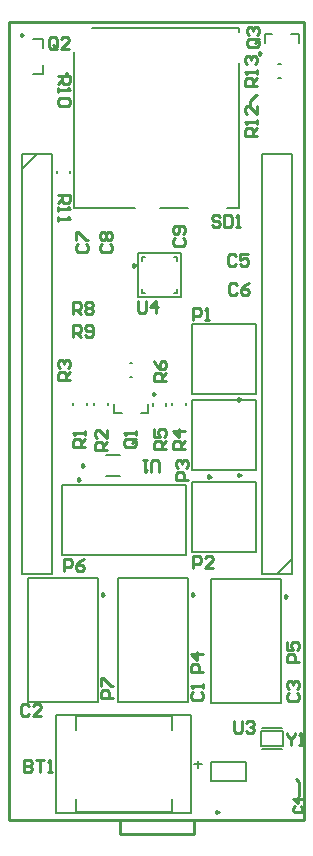
<source format=gto>
G04*
G04 #@! TF.GenerationSoftware,Altium Limited,Altium Designer,22.2.1 (43)*
G04*
G04 Layer_Color=65535*
%FSLAX25Y25*%
%MOIN*%
G70*
G04*
G04 #@! TF.SameCoordinates,3363FF5D-1BA6-4910-A2F9-43927B8BDF9C*
G04*
G04*
G04 #@! TF.FilePolarity,Positive*
G04*
G01*
G75*
%ADD10C,0.00984*%
%ADD11C,0.00787*%
%ADD12C,0.01000*%
%ADD13C,0.00799*%
D10*
X368374Y378909D02*
X367636Y379336D01*
Y378483D01*
X368374Y378909D01*
X418653Y133102D02*
X417915Y133528D01*
Y132676D01*
X418653Y133102D01*
X390980Y315299D02*
X390242Y315725D01*
Y314873D01*
X390980Y315299D01*
X432752Y386000D02*
X432014Y386426D01*
Y385574D01*
X432752Y386000D01*
X353465Y392087D02*
X352726Y392513D01*
Y391660D01*
X353465Y392087D01*
X380559Y205500D02*
X379821Y205926D01*
Y205074D01*
X380559Y205500D01*
X425992Y270614D02*
X425254Y271040D01*
Y270188D01*
X425992Y270614D01*
X372492Y243886D02*
X371754Y244312D01*
Y243460D01*
X372492Y243886D01*
X425992Y245433D02*
X425254Y245859D01*
Y245007D01*
X425992Y245433D01*
X373756Y248500D02*
X373018Y248926D01*
Y248074D01*
X373756Y248500D01*
X415992Y244886D02*
X415254Y245312D01*
Y244460D01*
X415992Y244886D01*
X441559Y205000D02*
X440821Y205426D01*
Y204574D01*
X441559Y205000D01*
X397472Y272437D02*
X396734Y272863D01*
Y272011D01*
X397472Y272437D01*
X410559Y205500D02*
X409821Y205926D01*
Y205074D01*
X410559Y205500D01*
D11*
X399181Y334579D02*
X408472D01*
X425559Y393240D02*
Y394421D01*
X421622Y334579D02*
X425559D01*
X376346Y394421D02*
X425559D01*
Y334579D02*
Y382610D01*
X370441Y334579D02*
X390913D01*
X370441D02*
Y386547D01*
X416094Y143359D02*
X427906D01*
Y149641D01*
X416094D02*
X427906D01*
X416094Y143359D02*
Y149641D01*
X403701Y306244D02*
X404882D01*
Y307425D01*
X403701Y318055D02*
X404882D01*
Y316874D02*
Y318055D01*
X393071Y306244D02*
X394252D01*
X393071D02*
Y307425D01*
Y318055D02*
X394252D01*
X393071Y316874D02*
Y318055D01*
X391669Y319457D02*
X406284D01*
Y304842D02*
Y319457D01*
X391669Y304842D02*
X406284D01*
X391669D02*
Y319457D01*
X370995Y132995D02*
X403005D01*
X370995Y160476D02*
Y165005D01*
Y132995D02*
Y137524D01*
Y165005D02*
X403005D01*
Y160476D02*
Y165005D01*
Y132995D02*
Y137524D01*
X411803Y147819D02*
Y150181D01*
X410622Y149000D02*
X412984D01*
X364606Y132606D02*
X409394D01*
X364606D02*
Y165394D01*
X409394D01*
Y132606D02*
Y165394D01*
X369264Y346106D02*
Y346894D01*
X364736Y346106D02*
Y346894D01*
X433992Y389287D02*
Y392496D01*
X436590D01*
X445488Y389287D02*
Y392496D01*
X442890D02*
X445488D01*
X438563Y382264D02*
X439350D01*
X438563Y377736D02*
X439350D01*
X360256Y379095D02*
Y382244D01*
X356713Y379095D02*
X360256D01*
Y387756D02*
Y390905D01*
X356713D02*
X360256D01*
X354969Y169831D02*
X378394D01*
X354969D02*
Y211169D01*
X378394D01*
Y169831D02*
Y211169D01*
X432760Y154941D02*
Y160059D01*
Y154941D02*
X440240D01*
Y160059D01*
X432760D02*
X440240D01*
X389106Y282764D02*
X389894D01*
X389106Y278236D02*
X389894D01*
X409831Y272287D02*
Y295713D01*
X431169D01*
Y272287D02*
Y295713D01*
X409831Y272287D02*
X431169D01*
X407669Y218787D02*
Y242213D01*
X366331Y218787D02*
X407669D01*
X366331D02*
Y242213D01*
X407669D01*
X409831Y247106D02*
Y270532D01*
X431169D01*
Y247106D02*
Y270532D01*
X409831Y247106D02*
X431169D01*
X433153Y160945D02*
X439847D01*
X433153Y154055D02*
X439847D01*
X381138Y244996D02*
X385862D01*
X381138Y252004D02*
X385862D01*
X431169Y219787D02*
Y243213D01*
X409831Y219787D02*
X431169D01*
X409831D02*
Y243213D01*
X431169D01*
X401264Y268563D02*
Y269350D01*
X396736Y268563D02*
Y269350D01*
X439394Y169331D02*
Y210669D01*
X415969D02*
X439394D01*
X415969Y169331D02*
Y210669D01*
Y169331D02*
X439394D01*
X407764Y268606D02*
Y269394D01*
X403236Y268606D02*
Y269394D01*
X377236Y268606D02*
Y269394D01*
X381764Y268606D02*
Y269394D01*
X370236Y268606D02*
Y269394D01*
X374764Y268606D02*
Y269394D01*
X395248Y265941D02*
Y269150D01*
X392650Y265941D02*
X395248D01*
X383752D02*
Y269150D01*
Y265941D02*
X386350D01*
X408394Y169831D02*
Y211169D01*
X384968D02*
X408394D01*
X384968Y169831D02*
Y211169D01*
Y169831D02*
X408394D01*
D12*
X410355Y125713D02*
Y130213D01*
X385855Y125713D02*
X410355D01*
X385855D02*
Y130213D01*
X348788Y396496D02*
X447213D01*
X348788Y130355D02*
Y396496D01*
X447213Y130355D02*
Y396496D01*
X348788Y130355D02*
X447213D01*
X431000Y372000D02*
X431500D01*
X429000Y370000D02*
X431000Y372000D01*
X429000Y368500D02*
Y370000D01*
X444500Y144000D02*
X445500Y143000D01*
Y138500D02*
Y143000D01*
X431468Y375080D02*
X427532D01*
Y377048D01*
X428188Y377704D01*
X429500D01*
X430156Y377048D01*
Y375080D01*
Y376392D02*
X431468Y377704D01*
Y379016D02*
Y380328D01*
Y379672D01*
X427532D01*
X428188Y379016D01*
Y382296D02*
X427532Y382952D01*
Y384264D01*
X428188Y384920D01*
X428844D01*
X429500Y384264D01*
Y383608D01*
Y384264D01*
X430156Y384920D01*
X430812D01*
X431468Y384264D01*
Y382952D01*
X430812Y382296D01*
X431468Y358580D02*
X427532D01*
Y360548D01*
X428188Y361204D01*
X429500D01*
X430156Y360548D01*
Y358580D01*
Y359892D02*
X431468Y361204D01*
Y362516D02*
Y363828D01*
Y363172D01*
X427532D01*
X428188Y362516D01*
X431468Y368420D02*
Y365796D01*
X428844Y368420D01*
X428188D01*
X427532Y367764D01*
Y366452D01*
X428188Y365796D01*
X365032Y338764D02*
X368968D01*
Y336796D01*
X368312Y336140D01*
X367000D01*
X366344Y336796D01*
Y338764D01*
Y337452D02*
X365032Y336140D01*
Y334828D02*
Y333516D01*
Y334172D01*
X368968D01*
X368312Y334828D01*
X365032Y331548D02*
Y330236D01*
Y330892D01*
X368968D01*
X368312Y331548D01*
X365032Y378420D02*
X368968D01*
Y376452D01*
X368312Y375796D01*
X367000D01*
X366344Y376452D01*
Y378420D01*
Y377108D02*
X365032Y375796D01*
Y374484D02*
Y373172D01*
Y373828D01*
X368968D01*
X368312Y374484D01*
Y371204D02*
X368968Y370548D01*
Y369236D01*
X368312Y368580D01*
X365688D01*
X365032Y369236D01*
Y370548D01*
X365688Y371204D01*
X368312D01*
X431312Y390844D02*
X428688D01*
X428032Y390188D01*
Y388876D01*
X428688Y388220D01*
X431312D01*
X431968Y388876D01*
Y390188D01*
X430656Y389532D02*
X431968Y390844D01*
Y390188D02*
X431312Y390844D01*
X428688Y392156D02*
X428032Y392812D01*
Y394124D01*
X428688Y394780D01*
X429344D01*
X430000Y394124D01*
Y393468D01*
Y394124D01*
X430656Y394780D01*
X431312D01*
X431968Y394124D01*
Y392812D01*
X431312Y392156D01*
X398666Y246501D02*
Y249833D01*
X397999Y250499D01*
X396666D01*
X396000Y249833D01*
Y246501D01*
X394667Y250499D02*
X393334D01*
X394001D01*
Y246501D01*
X394667Y247167D01*
X400999Y276668D02*
X397001D01*
Y278667D01*
X397667Y279334D01*
X399000D01*
X399666Y278667D01*
Y276668D01*
Y278001D02*
X400999Y279334D01*
X397001Y283332D02*
X397667Y281999D01*
X399000Y280666D01*
X400333D01*
X400999Y281333D01*
Y282666D01*
X400333Y283332D01*
X399666D01*
X399000Y282666D01*
Y280666D01*
X368999Y277168D02*
X365001D01*
Y279167D01*
X365667Y279834D01*
X367000D01*
X367666Y279167D01*
Y277168D01*
Y278501D02*
X368999Y279834D01*
X365667Y281167D02*
X365001Y281833D01*
Y283166D01*
X365667Y283832D01*
X366334D01*
X367000Y283166D01*
Y282499D01*
Y283166D01*
X367666Y283832D01*
X368333D01*
X368999Y283166D01*
Y281833D01*
X368333Y281167D01*
X408499Y243668D02*
X404501D01*
Y245667D01*
X405167Y246334D01*
X406500D01*
X407166Y245667D01*
Y243668D01*
X405167Y247667D02*
X404501Y248333D01*
Y249666D01*
X405167Y250332D01*
X405834D01*
X406500Y249666D01*
Y248999D01*
Y249666D01*
X407166Y250332D01*
X407833D01*
X408499Y249666D01*
Y248333D01*
X407833Y247667D01*
X410289Y297094D02*
Y301093D01*
X412289D01*
X412955Y300426D01*
Y299093D01*
X412289Y298427D01*
X410289D01*
X414288Y297094D02*
X415621D01*
X414955D01*
Y301093D01*
X414288Y300426D01*
X441334Y159499D02*
Y158833D01*
X442667Y157500D01*
X444000Y158833D01*
Y159499D01*
X442667Y157500D02*
Y155501D01*
X445333D02*
X446666D01*
X445999D01*
Y159499D01*
X445333Y158833D01*
X423668Y163499D02*
Y160167D01*
X424334Y159501D01*
X425667D01*
X426334Y160167D01*
Y163499D01*
X427667Y162833D02*
X428333Y163499D01*
X429666D01*
X430332Y162833D01*
Y162167D01*
X429666Y161500D01*
X428999D01*
X429666D01*
X430332Y160834D01*
Y160167D01*
X429666Y159501D01*
X428333D01*
X427667Y160167D01*
X444000Y135000D02*
X443501Y134500D01*
Y133501D01*
X444000Y133001D01*
X446000D01*
X446499Y133501D01*
Y134500D01*
X446000Y135000D01*
X446499Y137499D02*
X443501D01*
X445000Y136000D01*
Y137999D01*
X442167Y172834D02*
X441501Y172167D01*
Y170834D01*
X442167Y170168D01*
X444833D01*
X445499Y170834D01*
Y172167D01*
X444833Y172834D01*
X442167Y174167D02*
X441501Y174833D01*
Y176166D01*
X442167Y176832D01*
X442834D01*
X443500Y176166D01*
Y175499D01*
Y176166D01*
X444166Y176832D01*
X444833D01*
X445499Y176166D01*
Y174833D01*
X444833Y174167D01*
X355334Y168333D02*
X354667Y168999D01*
X353334D01*
X352668Y168333D01*
Y165667D01*
X353334Y165001D01*
X354667D01*
X355334Y165667D01*
X359332Y165001D02*
X356666D01*
X359332Y167666D01*
Y168333D01*
X358666Y168999D01*
X357333D01*
X356666Y168333D01*
X410167Y173000D02*
X409501Y172334D01*
Y171001D01*
X410167Y170334D01*
X412833D01*
X413499Y171001D01*
Y172334D01*
X412833Y173000D01*
X413499Y174333D02*
Y175666D01*
Y174999D01*
X409501D01*
X410167Y174333D01*
X353835Y150499D02*
Y146501D01*
X355834D01*
X356501Y147167D01*
Y147834D01*
X355834Y148500D01*
X353835D01*
X355834D01*
X356501Y149167D01*
Y149833D01*
X355834Y150499D01*
X353835D01*
X357834D02*
X360499D01*
X359166D01*
Y146501D01*
X361832D02*
X363165D01*
X362499D01*
Y150499D01*
X361832Y149833D01*
X419001Y331333D02*
X418334Y331999D01*
X417001D01*
X416335Y331333D01*
Y330666D01*
X417001Y330000D01*
X418334D01*
X419001Y329334D01*
Y328667D01*
X418334Y328001D01*
X417001D01*
X416335Y328667D01*
X420334Y331999D02*
Y328001D01*
X422333D01*
X422999Y328667D01*
Y331333D01*
X422333Y331999D01*
X420334D01*
X424332Y328001D02*
X425665D01*
X424999D01*
Y331999D01*
X424332Y331333D01*
X391668Y303499D02*
Y300167D01*
X392334Y299501D01*
X393667D01*
X394334Y300167D01*
Y303499D01*
X397666Y299501D02*
Y303499D01*
X395667Y301500D01*
X398332D01*
X370168Y291501D02*
Y295499D01*
X372167D01*
X372834Y294833D01*
Y293500D01*
X372167Y292834D01*
X370168D01*
X371501D02*
X372834Y291501D01*
X374166Y292167D02*
X374833Y291501D01*
X376166D01*
X376832Y292167D01*
Y294833D01*
X376166Y295499D01*
X374833D01*
X374166Y294833D01*
Y294166D01*
X374833Y293500D01*
X376832D01*
X370168Y299001D02*
Y302999D01*
X372167D01*
X372834Y302333D01*
Y301000D01*
X372167Y300334D01*
X370168D01*
X371501D02*
X372834Y299001D01*
X374166Y302333D02*
X374833Y302999D01*
X376166D01*
X376832Y302333D01*
Y301666D01*
X376166Y301000D01*
X376832Y300334D01*
Y299667D01*
X376166Y299001D01*
X374833D01*
X374166Y299667D01*
Y300334D01*
X374833Y301000D01*
X374166Y301666D01*
Y302333D01*
X374833Y301000D02*
X376166D01*
X400999Y254168D02*
X397001D01*
Y256167D01*
X397667Y256834D01*
X399000D01*
X399666Y256167D01*
Y254168D01*
Y255501D02*
X400999Y256834D01*
X397001Y260832D02*
Y258167D01*
X399000D01*
X398334Y259499D01*
Y260166D01*
X399000Y260832D01*
X400333D01*
X400999Y260166D01*
Y258833D01*
X400333Y258167D01*
X407499Y254168D02*
X403501D01*
Y256167D01*
X404167Y256834D01*
X405500D01*
X406166Y256167D01*
Y254168D01*
Y255501D02*
X407499Y256834D01*
Y260166D02*
X403501D01*
X405500Y258167D01*
Y260832D01*
X381499Y253668D02*
X377501D01*
Y255667D01*
X378167Y256334D01*
X379500D01*
X380166Y255667D01*
Y253668D01*
Y255001D02*
X381499Y256334D01*
Y260332D02*
Y257666D01*
X378834Y260332D01*
X378167D01*
X377501Y259666D01*
Y258333D01*
X378167Y257666D01*
X373999Y254877D02*
X370001D01*
Y256877D01*
X370667Y257543D01*
X372000D01*
X372666Y256877D01*
Y254877D01*
Y256210D02*
X373999Y257543D01*
Y258876D02*
Y260209D01*
Y259543D01*
X370001D01*
X370667Y258876D01*
X364834Y388167D02*
Y390833D01*
X364167Y391499D01*
X362834D01*
X362168Y390833D01*
Y388167D01*
X362834Y387501D01*
X364167D01*
X363501Y388834D02*
X364834Y387501D01*
X364167D02*
X364834Y388167D01*
X368832Y387501D02*
X366166D01*
X368832Y390166D01*
Y390833D01*
X368166Y391499D01*
X366833D01*
X366166Y390833D01*
X390333Y257500D02*
X387667D01*
X387001Y256834D01*
Y255501D01*
X387667Y254834D01*
X390333D01*
X390999Y255501D01*
Y256834D01*
X389666Y256167D02*
X390999Y257500D01*
Y256834D02*
X390333Y257500D01*
X390999Y258833D02*
Y260166D01*
Y259499D01*
X387001D01*
X387667Y258833D01*
X383499Y171168D02*
X379501D01*
Y173167D01*
X380167Y173834D01*
X381500D01*
X382166Y173167D01*
Y171168D01*
X379501Y175166D02*
Y177832D01*
X380167D01*
X382833Y175166D01*
X383499D01*
X367168Y213501D02*
Y217499D01*
X369167D01*
X369834Y216833D01*
Y215500D01*
X369167Y214834D01*
X367168D01*
X373832Y217499D02*
X372499Y216833D01*
X371166Y215500D01*
Y214167D01*
X371833Y213501D01*
X373166D01*
X373832Y214167D01*
Y214834D01*
X373166Y215500D01*
X371166D01*
X445499Y183168D02*
X441501D01*
Y185167D01*
X442167Y185834D01*
X443500D01*
X444166Y185167D01*
Y183168D01*
X441501Y189832D02*
Y187167D01*
X443500D01*
X442834Y188499D01*
Y189166D01*
X443500Y189832D01*
X444833D01*
X445499Y189166D01*
Y187833D01*
X444833Y187167D01*
X413499Y179668D02*
X409501D01*
Y181667D01*
X410167Y182334D01*
X411500D01*
X412166Y181667D01*
Y179668D01*
X413499Y185666D02*
X409501D01*
X411500Y183667D01*
Y186332D01*
X410168Y214501D02*
Y218499D01*
X412167D01*
X412834Y217833D01*
Y216500D01*
X412167Y215834D01*
X410168D01*
X416832Y214501D02*
X414166D01*
X416832Y217166D01*
Y217833D01*
X416166Y218499D01*
X414833D01*
X414166Y217833D01*
X404167Y324334D02*
X403501Y323667D01*
Y322334D01*
X404167Y321668D01*
X406833D01*
X407499Y322334D01*
Y323667D01*
X406833Y324334D01*
Y325666D02*
X407499Y326333D01*
Y327666D01*
X406833Y328332D01*
X404167D01*
X403501Y327666D01*
Y326333D01*
X404167Y325666D01*
X404834D01*
X405500Y326333D01*
Y328332D01*
X379667Y322334D02*
X379001Y321667D01*
Y320334D01*
X379667Y319668D01*
X382333D01*
X382999Y320334D01*
Y321667D01*
X382333Y322334D01*
X379667Y323667D02*
X379001Y324333D01*
Y325666D01*
X379667Y326332D01*
X380334D01*
X381000Y325666D01*
X381666Y326332D01*
X382333D01*
X382999Y325666D01*
Y324333D01*
X382333Y323667D01*
X381666D01*
X381000Y324333D01*
X380334Y323667D01*
X379667D01*
X381000Y324333D02*
Y325666D01*
X371667Y322334D02*
X371001Y321667D01*
Y320334D01*
X371667Y319668D01*
X374333D01*
X374999Y320334D01*
Y321667D01*
X374333Y322334D01*
X371001Y323667D02*
Y326332D01*
X371667D01*
X374333Y323667D01*
X374999D01*
X424834Y308833D02*
X424167Y309499D01*
X422834D01*
X422168Y308833D01*
Y306167D01*
X422834Y305501D01*
X424167D01*
X424834Y306167D01*
X428832Y309499D02*
X427499Y308833D01*
X426166Y307500D01*
Y306167D01*
X426833Y305501D01*
X428166D01*
X428832Y306167D01*
Y306834D01*
X428166Y307500D01*
X426166D01*
X424334Y318333D02*
X423667Y318999D01*
X422334D01*
X421668Y318333D01*
Y315667D01*
X422334Y315001D01*
X423667D01*
X424334Y315667D01*
X428332Y318999D02*
X425667D01*
Y317000D01*
X426999Y317666D01*
X427666D01*
X428332Y317000D01*
Y315667D01*
X427666Y315001D01*
X426333D01*
X425667Y315667D01*
D13*
X438000Y212500D02*
X443000Y217500D01*
Y352500D01*
Y212500D02*
Y217500D01*
X438000Y212500D02*
X443000D01*
X433000D02*
X438000D01*
X433000D02*
Y352500D01*
X443000D01*
X353000Y347500D02*
X358000Y352500D01*
X353000Y212500D02*
Y347500D01*
Y352500D01*
X358000D01*
X363000D01*
Y212500D02*
Y352500D01*
X353000Y212500D02*
X363000D01*
M02*

</source>
